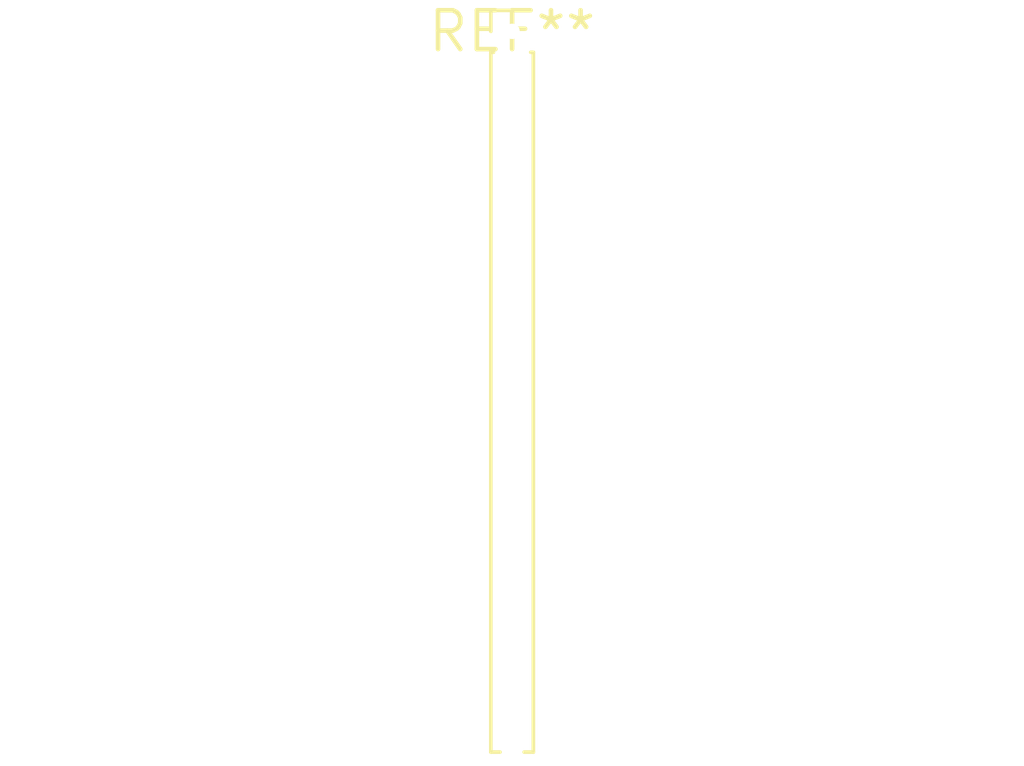
<source format=kicad_pcb>
(kicad_pcb (version 20240108) (generator pcbnew)
  (layers (0 "F.Cu" signal) (31 "B.Cu" signal) (34 "B.Paste" user) (35 "F.Paste" user) (36 "B.SilkS" user "B.Silkscreen") (37 "F.SilkS" user "F.Silkscreen") (38 "B.Mask" user) (39 "F.Mask" user) (44 "Edge.Cuts" user))
  (net 0 "")
  (footprint "PinHeader_1x24_P1.00mm_Vertical" (layer "F.Cu") (at 0 0)
    (property "Reference" "REF**")
    (property "Value" "PinHeader_1x24_P1.00mm_Vertical")
    (fp_line (start -0.695 -0.685) (end 0 -0.685) (layer "F.SilkS") (stroke (width 0.12)))
    (fp_line (start -0.695 0) (end -0.695 -0.685) (layer "F.SilkS") (stroke (width 0.12)))
    (fp_line (start -0.695 0.685) (end -0.695 23.56) (layer "F.SilkS") (stroke (width 0.12)))
    (fp_line (start -0.695 0.685) (end -0.608276 0.685) (layer "F.SilkS") (stroke (width 0.12)))
    (fp_line (start -0.695 23.56) (end -0.394493 23.56) (layer "F.SilkS") (stroke (width 0.12)))
    (fp_line (start 0.394493 23.56) (end 0.695 23.56) (layer "F.SilkS") (stroke (width 0.12)))
    (fp_line (start 0.608276 0.685) (end 0.695 0.685) (layer "F.SilkS") (stroke (width 0.12)))
    (fp_line (start 0.695 0.685) (end 0.695 23.56) (layer "F.SilkS") (stroke (width 0.12)))
    (pad "1" thru_hole rect (at 0 0) (size 0.85 0.85) (drill 0.5) (layers *.Cu *.Mask) (remove_unused_layers))
    (pad "2" thru_hole oval (at 0 1) (size 0.85 0.85) (drill 0.5) (layers *.Cu *.Mask) (remove_unused_layers))
    (pad "3" thru_hole oval (at 0 2) (size 0.85 0.85) (drill 0.5) (layers *.Cu *.Mask) (remove_unused_layers))
    (pad "4" thru_hole oval (at 0 3) (size 0.85 0.85) (drill 0.5) (layers *.Cu *.Mask) (remove_unused_layers))
    (pad "5" thru_hole oval (at 0 4) (size 0.85 0.85) (drill 0.5) (layers *.Cu *.Mask) (remove_unused_layers))
    (pad "6" thru_hole oval (at 0 5) (size 0.85 0.85) (drill 0.5) (layers *.Cu *.Mask) (remove_unused_layers))
    (pad "7" thru_hole oval (at 0 6) (size 0.85 0.85) (drill 0.5) (layers *.Cu *.Mask) (remove_unused_layers))
    (pad "8" thru_hole oval (at 0 7) (size 0.85 0.85) (drill 0.5) (layers *.Cu *.Mask) (remove_unused_layers))
    (pad "9" thru_hole oval (at 0 8) (size 0.85 0.85) (drill 0.5) (layers *.Cu *.Mask) (remove_unused_layers))
    (pad "10" thru_hole oval (at 0 9) (size 0.85 0.85) (drill 0.5) (layers *.Cu *.Mask) (remove_unused_layers))
    (pad "11" thru_hole oval (at 0 10) (size 0.85 0.85) (drill 0.5) (layers *.Cu *.Mask) (remove_unused_layers))
    (pad "12" thru_hole oval (at 0 11) (size 0.85 0.85) (drill 0.5) (layers *.Cu *.Mask) (remove_unused_layers))
    (pad "13" thru_hole oval (at 0 12) (size 0.85 0.85) (drill 0.5) (layers *.Cu *.Mask) (remove_unused_layers))
    (pad "14" thru_hole oval (at 0 13) (size 0.85 0.85) (drill 0.5) (layers *.Cu *.Mask) (remove_unused_layers))
    (pad "15" thru_hole oval (at 0 14) (size 0.85 0.85) (drill 0.5) (layers *.Cu *.Mask) (remove_unused_layers))
    (pad "16" thru_hole oval (at 0 15) (size 0.85 0.85) (drill 0.5) (layers *.Cu *.Mask) (remove_unused_layers))
    (pad "17" thru_hole oval (at 0 16) (size 0.85 0.85) (drill 0.5) (layers *.Cu *.Mask) (remove_unused_layers))
    (pad "18" thru_hole oval (at 0 17) (size 0.85 0.85) (drill 0.5) (layers *.Cu *.Mask) (remove_unused_layers))
    (pad "19" thru_hole oval (at 0 18) (size 0.85 0.85) (drill 0.5) (layers *.Cu *.Mask) (remove_unused_layers))
    (pad "20" thru_hole oval (at 0 19) (size 0.85 0.85) (drill 0.5) (layers *.Cu *.Mask) (remove_unused_layers))
    (pad "21" thru_hole oval (at 0 20) (size 0.85 0.85) (drill 0.5) (layers *.Cu *.Mask) (remove_unused_layers))
    (pad "22" thru_hole oval (at 0 21) (size 0.85 0.85) (drill 0.5) (layers *.Cu *.Mask) (remove_unused_layers))
    (pad "23" thru_hole oval (at 0 22) (size 0.85 0.85) (drill 0.5) (layers *.Cu *.Mask) (remove_unused_layers))
    (pad "24" thru_hole oval (at 0 23) (size 0.85 0.85) (drill 0.5) (layers *.Cu *.Mask) (remove_unused_layers))
  )
)
</source>
